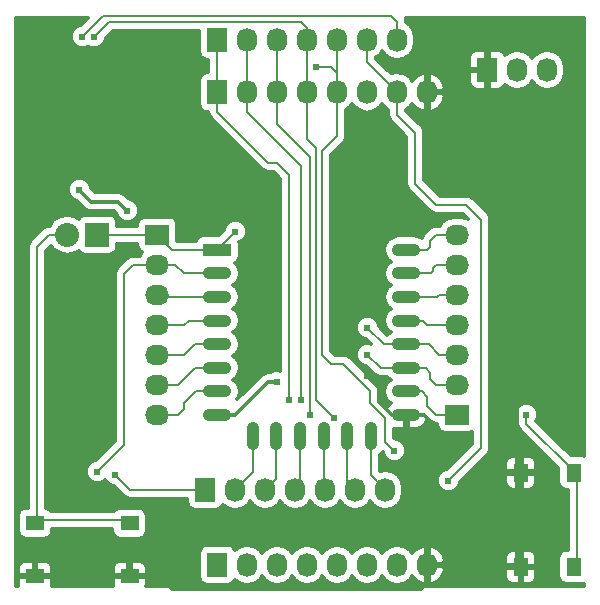
<source format=gtl>
G04 #@! TF.FileFunction,Copper,L1,Top,Mixed*
%FSLAX46Y46*%
G04 Gerber Fmt 4.6, Leading zero omitted, Abs format (unit mm)*
G04 Created by KiCad (PCBNEW 4.0.1-stable) date Sun 03 Jan 2016 01:50:34 PM EET*
%MOMM*%
G01*
G04 APERTURE LIST*
%ADD10C,0.100000*%
%ADD11R,2.032000X2.032000*%
%ADD12O,2.032000X2.032000*%
%ADD13R,2.032000X1.727200*%
%ADD14O,2.032000X1.727200*%
%ADD15R,1.727200X2.032000*%
%ADD16O,1.727200X2.032000*%
%ADD17O,1.100000X2.400000*%
%ADD18R,2.400000X1.100000*%
%ADD19O,2.400000X1.100000*%
%ADD20R,1.295400X1.549400*%
%ADD21R,1.549400X1.295400*%
%ADD22C,0.610000*%
%ADD23C,0.310000*%
%ADD24C,0.203200*%
G04 APERTURE END LIST*
D10*
D11*
X130810000Y-88900000D03*
D12*
X128270000Y-88900000D03*
D13*
X135890000Y-88900000D03*
D14*
X135890000Y-91440000D03*
X135890000Y-93980000D03*
X135890000Y-96520000D03*
X135890000Y-99060000D03*
X135890000Y-101600000D03*
X135890000Y-104140000D03*
D13*
X161290000Y-104140000D03*
D14*
X161290000Y-101600000D03*
X161290000Y-99060000D03*
X161290000Y-96520000D03*
X161290000Y-93980000D03*
X161290000Y-91440000D03*
X161290000Y-88900000D03*
D15*
X163830000Y-74930000D03*
D16*
X166370000Y-74930000D03*
X168910000Y-74930000D03*
X158750000Y-76840000D03*
X156210000Y-76840000D03*
X153670000Y-76840000D03*
X151130000Y-76840000D03*
X148590000Y-76840000D03*
X146050000Y-76840000D03*
X143510000Y-76840000D03*
D15*
X140970000Y-76840000D03*
X140970000Y-116840000D03*
D16*
X143510000Y-116840000D03*
X146050000Y-116840000D03*
X148590000Y-116840000D03*
X151130000Y-116840000D03*
X153670000Y-116840000D03*
X156210000Y-116840000D03*
X158750000Y-116840000D03*
D17*
X143960000Y-105920000D03*
X145960000Y-105920000D03*
X147960000Y-105920000D03*
X149960000Y-105920000D03*
X151960000Y-105920000D03*
X153960000Y-105920000D03*
D18*
X140970000Y-90170000D03*
D19*
X140970000Y-92170000D03*
X140970000Y-94170000D03*
X140970000Y-96170000D03*
X140970000Y-98170000D03*
X140970000Y-100170000D03*
X140970000Y-102170000D03*
X140970000Y-104170000D03*
X156970000Y-104170000D03*
X156970000Y-102170000D03*
X156970000Y-100170000D03*
X156970000Y-98170000D03*
X156970000Y-96170000D03*
X156970000Y-94170000D03*
X156970000Y-92170000D03*
X156970000Y-90170000D03*
D15*
X140970000Y-72390000D03*
D16*
X143510000Y-72390000D03*
X146050000Y-72390000D03*
X148590000Y-72390000D03*
X151130000Y-72390000D03*
X153670000Y-72390000D03*
X156210000Y-72390000D03*
D15*
X139954000Y-110490000D03*
D16*
X142494000Y-110490000D03*
X145034000Y-110490000D03*
X147574000Y-110490000D03*
X150114000Y-110490000D03*
X152654000Y-110490000D03*
X155194000Y-110490000D03*
D20*
X171157900Y-109032040D03*
X171157900Y-117027960D03*
X166662100Y-117027960D03*
X166662100Y-109032040D03*
D21*
X125542040Y-113322100D03*
X133537960Y-113322100D03*
X133537960Y-117817900D03*
X125542040Y-117817900D03*
D22*
X136144000Y-77216000D03*
X136144000Y-74168000D03*
X153670000Y-100838000D03*
X136652000Y-118364000D03*
X169926000Y-86868000D03*
X133350000Y-86868000D03*
X129286000Y-85090000D03*
X146050000Y-101346000D03*
X142494000Y-88646000D03*
X132334000Y-109220000D03*
X130810000Y-108966000D03*
X153670000Y-96774000D03*
X153670000Y-99060000D03*
X167140010Y-104140000D03*
X129540000Y-72136000D03*
X130556000Y-72136000D03*
X150876000Y-104394000D03*
X149352000Y-74676000D03*
X155956000Y-107188000D03*
X160528000Y-109728000D03*
X148844000Y-104140000D03*
X148082000Y-102870000D03*
X147066000Y-102870000D03*
D23*
X136144000Y-74168000D02*
X136144000Y-77216000D01*
X133537960Y-117817900D02*
X125542040Y-117817900D01*
X133537960Y-117817900D02*
X136105900Y-117817900D01*
X136105900Y-117817900D02*
X136652000Y-118364000D01*
X154686000Y-103084704D02*
X154686000Y-101854000D01*
X154686000Y-103084704D02*
X155771296Y-104170000D01*
X154686000Y-101854000D02*
X153670000Y-100838000D01*
X155771296Y-104170000D02*
X156970000Y-104170000D01*
X156970000Y-104170000D02*
X155771296Y-104170000D01*
X158750000Y-104394000D02*
X158496000Y-104140000D01*
X158750000Y-116840000D02*
X158750000Y-104394000D01*
X158496000Y-104140000D02*
X157000000Y-104140000D01*
X157000000Y-104140000D02*
X156970000Y-104170000D01*
X158242000Y-118872000D02*
X137160000Y-118872000D01*
X158242000Y-118872000D02*
X158750000Y-118364000D01*
X158750000Y-116840000D02*
X158750000Y-118364000D01*
X137160000Y-118872000D02*
X136652000Y-118364000D01*
X166370000Y-109220000D02*
X166370000Y-90424000D01*
X166370000Y-90424000D02*
X169926000Y-86868000D01*
X166370000Y-109220000D02*
X166370000Y-116840000D01*
X158750000Y-116840000D02*
X166370000Y-116840000D01*
X133350000Y-86868000D02*
X132588000Y-86106000D01*
X132588000Y-86106000D02*
X130302000Y-86106000D01*
X130302000Y-86106000D02*
X129286000Y-85090000D01*
X146050000Y-101346000D02*
X145288000Y-101346000D01*
X145288000Y-101346000D02*
X142464000Y-104170000D01*
X142464000Y-104170000D02*
X140970000Y-104170000D01*
D24*
X140970000Y-90170000D02*
X142494000Y-88646000D01*
X135890000Y-88900000D02*
X130810000Y-88900000D01*
X140970000Y-90170000D02*
X137160000Y-90170000D01*
X137160000Y-90170000D02*
X135890000Y-88900000D01*
X135890000Y-96520000D02*
X138176000Y-96520000D01*
X138526000Y-96170000D02*
X140970000Y-96170000D01*
X138176000Y-96520000D02*
X138526000Y-96170000D01*
X125730000Y-113030000D02*
X125730000Y-89916000D01*
X126746000Y-88900000D02*
X128270000Y-88900000D01*
X125730000Y-89916000D02*
X126746000Y-88900000D01*
X125730000Y-113030000D02*
X133350000Y-113030000D01*
X133604000Y-110490000D02*
X132334000Y-109220000D01*
X139954000Y-110490000D02*
X133604000Y-110490000D01*
X135890000Y-91440000D02*
X137414000Y-91440000D01*
X138144000Y-92170000D02*
X140970000Y-92170000D01*
X137414000Y-91440000D02*
X138144000Y-92170000D01*
X133858000Y-91440000D02*
X135890000Y-91440000D01*
X133096000Y-92202000D02*
X133858000Y-91440000D01*
X133096000Y-106680000D02*
X133096000Y-92202000D01*
X130810000Y-108966000D02*
X133096000Y-106680000D01*
X149960000Y-105920000D02*
X149960000Y-110336000D01*
X149960000Y-110336000D02*
X150114000Y-110490000D01*
X147960000Y-105920000D02*
X147960000Y-110104000D01*
X147960000Y-110104000D02*
X147574000Y-110490000D01*
X151960000Y-105920000D02*
X151960000Y-109796000D01*
X151960000Y-109796000D02*
X152654000Y-110490000D01*
X143960000Y-105920000D02*
X143960000Y-109024000D01*
X143960000Y-109024000D02*
X142494000Y-110490000D01*
X145960000Y-105920000D02*
X145960000Y-109564000D01*
X145960000Y-109564000D02*
X145034000Y-110490000D01*
X140970000Y-94170000D02*
X136080000Y-94170000D01*
X136080000Y-94170000D02*
X135890000Y-93980000D01*
X161290000Y-93980000D02*
X159766000Y-93980000D01*
X159576000Y-94170000D02*
X156970000Y-94170000D01*
X159766000Y-93980000D02*
X159576000Y-94170000D01*
X156970000Y-96170000D02*
X158400000Y-96170000D01*
X158750000Y-96520000D02*
X161290000Y-96520000D01*
X158400000Y-96170000D02*
X158750000Y-96520000D01*
X161290000Y-99060000D02*
X159766000Y-99060000D01*
X158876000Y-98170000D02*
X156970000Y-98170000D01*
X159766000Y-99060000D02*
X158876000Y-98170000D01*
X155066000Y-98170000D02*
X156970000Y-98170000D01*
X153670000Y-96774000D02*
X155066000Y-98170000D01*
X161290000Y-101600000D02*
X159512000Y-101600000D01*
X158590000Y-100170000D02*
X156970000Y-100170000D01*
X159004000Y-100584000D02*
X158590000Y-100170000D01*
X159004000Y-101092000D02*
X159004000Y-100584000D01*
X159512000Y-101600000D02*
X159004000Y-101092000D01*
X156970000Y-100170000D02*
X154780000Y-100170000D01*
X154780000Y-100170000D02*
X153670000Y-99060000D01*
X140970000Y-98170000D02*
X139066000Y-98170000D01*
X138176000Y-99060000D02*
X135890000Y-99060000D01*
X139066000Y-98170000D02*
X138176000Y-99060000D01*
X135890000Y-101600000D02*
X137668000Y-101600000D01*
X139098000Y-100170000D02*
X140970000Y-100170000D01*
X137668000Y-101600000D02*
X139098000Y-100170000D01*
X140970000Y-102170000D02*
X139130000Y-102170000D01*
X137668000Y-104140000D02*
X135890000Y-104140000D01*
X138176000Y-103632000D02*
X137668000Y-104140000D01*
X138176000Y-103124000D02*
X138176000Y-103632000D01*
X139130000Y-102170000D02*
X138176000Y-103124000D01*
X161290000Y-104140000D02*
X159512000Y-104140000D01*
X158304000Y-102170000D02*
X156970000Y-102170000D01*
X158750000Y-102616000D02*
X158304000Y-102170000D01*
X158750000Y-103378000D02*
X158750000Y-102616000D01*
X159512000Y-104140000D02*
X158750000Y-103378000D01*
X161290000Y-91440000D02*
X159512000Y-91440000D01*
X159036000Y-92170000D02*
X156970000Y-92170000D01*
X159258000Y-91948000D02*
X159036000Y-92170000D01*
X159258000Y-91694000D02*
X159258000Y-91948000D01*
X159512000Y-91440000D02*
X159258000Y-91694000D01*
X156970000Y-90170000D02*
X158750000Y-90170000D01*
X159512000Y-88900000D02*
X161290000Y-88900000D01*
X159004000Y-89408000D02*
X159512000Y-88900000D01*
X159004000Y-89916000D02*
X159004000Y-89408000D01*
X158750000Y-90170000D02*
X159004000Y-89916000D01*
X171157900Y-109032040D02*
X171157900Y-108905040D01*
X171157900Y-108905040D02*
X167140010Y-104887150D01*
X167140010Y-104887150D02*
X167140010Y-104140000D01*
X171450000Y-109220000D02*
X171450000Y-116840000D01*
X156210000Y-70866000D02*
X156210000Y-72390000D01*
X155702000Y-70358000D02*
X156210000Y-70866000D01*
X131318000Y-70358000D02*
X155702000Y-70358000D01*
X129540000Y-72136000D02*
X131318000Y-70358000D01*
X148082000Y-70866000D02*
X148590000Y-71374000D01*
X131826000Y-70866000D02*
X148082000Y-70866000D01*
X130556000Y-72136000D02*
X131826000Y-70866000D01*
X148590000Y-71374000D02*
X148590000Y-72390000D01*
X148590000Y-80772000D02*
X148590000Y-76840000D01*
X149352000Y-81534000D02*
X148590000Y-80772000D01*
X149352000Y-102870000D02*
X149352000Y-81534000D01*
X150876000Y-104394000D02*
X149352000Y-102870000D01*
X148590000Y-72390000D02*
X148590000Y-76840000D01*
X151130000Y-75692000D02*
X151130000Y-75184000D01*
X150622000Y-74676000D02*
X149352000Y-74676000D01*
X151130000Y-75184000D02*
X150622000Y-74676000D01*
X149860000Y-99060000D02*
X149860000Y-81788000D01*
X150622000Y-99822000D02*
X151638000Y-99822000D01*
X151638000Y-99822000D02*
X153924000Y-102108000D01*
X153924000Y-102108000D02*
X153924000Y-103124000D01*
X153924000Y-103124000D02*
X155194000Y-104394000D01*
X155194000Y-104394000D02*
X155194000Y-106426000D01*
X155194000Y-106426000D02*
X155956000Y-107188000D01*
X151130000Y-80518000D02*
X151130000Y-76840000D01*
X149860000Y-99060000D02*
X150622000Y-99822000D01*
X149860000Y-81788000D02*
X151130000Y-80518000D01*
X151130000Y-72390000D02*
X151130000Y-75692000D01*
X151130000Y-75692000D02*
X151130000Y-76840000D01*
X157734000Y-84582000D02*
X157734000Y-80264000D01*
X160528000Y-109728000D02*
X163322000Y-106934000D01*
X163322000Y-106934000D02*
X163322000Y-87630000D01*
X163322000Y-87630000D02*
X162052000Y-86360000D01*
X162052000Y-86360000D02*
X159512000Y-86360000D01*
X159512000Y-86360000D02*
X157734000Y-84582000D01*
X156210000Y-78740000D02*
X156210000Y-76840000D01*
X157734000Y-80264000D02*
X156210000Y-78740000D01*
X153670000Y-72390000D02*
X153670000Y-74300000D01*
X153670000Y-74300000D02*
X156210000Y-76840000D01*
X146050000Y-76840000D02*
X146050000Y-79502000D01*
X148844000Y-82296000D02*
X148844000Y-104140000D01*
X146050000Y-79502000D02*
X148844000Y-82296000D01*
X146050000Y-76840000D02*
X146050000Y-72390000D01*
X148082000Y-102870000D02*
X148082000Y-83058000D01*
X143510000Y-78486000D02*
X143510000Y-76840000D01*
X148082000Y-83058000D02*
X143510000Y-78486000D01*
X143510000Y-72390000D02*
X143510000Y-76840000D01*
X140970000Y-78486000D02*
X145288000Y-82804000D01*
X145288000Y-82804000D02*
X146050000Y-82804000D01*
X146050000Y-82804000D02*
X147066000Y-83820000D01*
X147066000Y-102870000D02*
X147066000Y-83820000D01*
X140970000Y-78486000D02*
X140970000Y-76840000D01*
X140970000Y-72390000D02*
X140970000Y-76840000D01*
X153960000Y-105920000D02*
X153960000Y-109256000D01*
X153960000Y-109256000D02*
X155194000Y-110490000D01*
D23*
G36*
X129426791Y-71167901D02*
X129348298Y-71167833D01*
X128992389Y-71314891D01*
X128719848Y-71586956D01*
X128572169Y-71942608D01*
X128571833Y-72327702D01*
X128718891Y-72683611D01*
X128990956Y-72956152D01*
X129346608Y-73103831D01*
X129731702Y-73104167D01*
X130048339Y-72973336D01*
X130362608Y-73103831D01*
X130747702Y-73104167D01*
X131103611Y-72957109D01*
X131376152Y-72685044D01*
X131523831Y-72329392D01*
X131523901Y-72249407D01*
X132142708Y-71630600D01*
X139430412Y-71630600D01*
X139430412Y-73406000D01*
X139476642Y-73651693D01*
X139621847Y-73877347D01*
X139843403Y-74028730D01*
X140106400Y-74081988D01*
X140205400Y-74081988D01*
X140205400Y-75148012D01*
X140106400Y-75148012D01*
X139860707Y-75194242D01*
X139635053Y-75339447D01*
X139483670Y-75561003D01*
X139430412Y-75824000D01*
X139430412Y-77856000D01*
X139476642Y-78101693D01*
X139621847Y-78327347D01*
X139843403Y-78478730D01*
X140106400Y-78531988D01*
X140214548Y-78531988D01*
X140263602Y-78778600D01*
X140385709Y-78961346D01*
X140429346Y-79026654D01*
X144747346Y-83344654D01*
X144995400Y-83510398D01*
X145288000Y-83568600D01*
X145733292Y-83568600D01*
X146301400Y-84136708D01*
X146301400Y-100402256D01*
X146243392Y-100378169D01*
X145858298Y-100377833D01*
X145502389Y-100524891D01*
X145499275Y-100528000D01*
X145288000Y-100528000D01*
X144993400Y-100586600D01*
X144974965Y-100590267D01*
X144709587Y-100767587D01*
X142644635Y-102832539D01*
X142777164Y-102634195D01*
X142869498Y-102170000D01*
X142777164Y-101705805D01*
X142514219Y-101312279D01*
X142301283Y-101170000D01*
X142514219Y-101027721D01*
X142777164Y-100634195D01*
X142869498Y-100170000D01*
X142777164Y-99705805D01*
X142514219Y-99312279D01*
X142301283Y-99170000D01*
X142514219Y-99027721D01*
X142777164Y-98634195D01*
X142869498Y-98170000D01*
X142777164Y-97705805D01*
X142514219Y-97312279D01*
X142301283Y-97170000D01*
X142514219Y-97027721D01*
X142777164Y-96634195D01*
X142869498Y-96170000D01*
X142777164Y-95705805D01*
X142514219Y-95312279D01*
X142301283Y-95170000D01*
X142514219Y-95027721D01*
X142777164Y-94634195D01*
X142869498Y-94170000D01*
X142777164Y-93705805D01*
X142514219Y-93312279D01*
X142301283Y-93170000D01*
X142514219Y-93027721D01*
X142777164Y-92634195D01*
X142869498Y-92170000D01*
X142777164Y-91705805D01*
X142514219Y-91312279D01*
X142494457Y-91299075D01*
X142641347Y-91204553D01*
X142792730Y-90982997D01*
X142845988Y-90720000D01*
X142845988Y-89620000D01*
X142833407Y-89553137D01*
X143041611Y-89467109D01*
X143314152Y-89195044D01*
X143461831Y-88839392D01*
X143462167Y-88454298D01*
X143315109Y-88098389D01*
X143043044Y-87825848D01*
X142687392Y-87678169D01*
X142302298Y-87677833D01*
X141946389Y-87824891D01*
X141673848Y-88096956D01*
X141526169Y-88452608D01*
X141526099Y-88532593D01*
X141114680Y-88944012D01*
X139770000Y-88944012D01*
X139524307Y-88990242D01*
X139298653Y-89135447D01*
X139147270Y-89357003D01*
X139137469Y-89405400D01*
X137581988Y-89405400D01*
X137581988Y-88036400D01*
X137535758Y-87790707D01*
X137390553Y-87565053D01*
X137168997Y-87413670D01*
X136906000Y-87360412D01*
X134874000Y-87360412D01*
X134628307Y-87406642D01*
X134402653Y-87551847D01*
X134251270Y-87773403D01*
X134198012Y-88036400D01*
X134198012Y-88135400D01*
X132501988Y-88135400D01*
X132501988Y-87884000D01*
X132455758Y-87638307D01*
X132310553Y-87412653D01*
X132088997Y-87261270D01*
X131826000Y-87208012D01*
X129794000Y-87208012D01*
X129548307Y-87254242D01*
X129322653Y-87399447D01*
X129233287Y-87530238D01*
X128912525Y-87315912D01*
X128270000Y-87188106D01*
X127627475Y-87315912D01*
X127082768Y-87679874D01*
X126778395Y-88135400D01*
X126746000Y-88135400D01*
X126453400Y-88193602D01*
X126407037Y-88224581D01*
X126205346Y-88359346D01*
X125189346Y-89375346D01*
X125023602Y-89623400D01*
X124965400Y-89916000D01*
X124965400Y-111998412D01*
X124767340Y-111998412D01*
X124521647Y-112044642D01*
X124295993Y-112189847D01*
X124144610Y-112411403D01*
X124091352Y-112674400D01*
X124091352Y-113969800D01*
X124137582Y-114215493D01*
X124282787Y-114441147D01*
X124504343Y-114592530D01*
X124767340Y-114645788D01*
X126316740Y-114645788D01*
X126562433Y-114599558D01*
X126788087Y-114454353D01*
X126939470Y-114232797D01*
X126992728Y-113969800D01*
X126992728Y-113794600D01*
X132087272Y-113794600D01*
X132087272Y-113969800D01*
X132133502Y-114215493D01*
X132278707Y-114441147D01*
X132500263Y-114592530D01*
X132763260Y-114645788D01*
X134312660Y-114645788D01*
X134558353Y-114599558D01*
X134784007Y-114454353D01*
X134935390Y-114232797D01*
X134988648Y-113969800D01*
X134988648Y-112674400D01*
X134942418Y-112428707D01*
X134797213Y-112203053D01*
X134575657Y-112051670D01*
X134312660Y-111998412D01*
X132763260Y-111998412D01*
X132517567Y-112044642D01*
X132291913Y-112189847D01*
X132240290Y-112265400D01*
X126841412Y-112265400D01*
X126801293Y-112203053D01*
X126579737Y-112051670D01*
X126494600Y-112034429D01*
X126494600Y-90232708D01*
X126892275Y-89835033D01*
X127082768Y-90120126D01*
X127627475Y-90484088D01*
X128270000Y-90611894D01*
X128912525Y-90484088D01*
X129233633Y-90269530D01*
X129309447Y-90387347D01*
X129531003Y-90538730D01*
X129794000Y-90591988D01*
X131826000Y-90591988D01*
X132071693Y-90545758D01*
X132297347Y-90400553D01*
X132448730Y-90178997D01*
X132501988Y-89916000D01*
X132501988Y-89664600D01*
X134198012Y-89664600D01*
X134198012Y-89763600D01*
X134244242Y-90009293D01*
X134389447Y-90234947D01*
X134608940Y-90384921D01*
X134414848Y-90675400D01*
X133858000Y-90675400D01*
X133565400Y-90733602D01*
X133382525Y-90855795D01*
X133317346Y-90899346D01*
X132555346Y-91661346D01*
X132389602Y-91909400D01*
X132331400Y-92202000D01*
X132331400Y-106363292D01*
X130696791Y-107997901D01*
X130618298Y-107997833D01*
X130262389Y-108144891D01*
X129989848Y-108416956D01*
X129842169Y-108772608D01*
X129841833Y-109157702D01*
X129988891Y-109513611D01*
X130260956Y-109786152D01*
X130616608Y-109933831D01*
X131001702Y-109934167D01*
X131357611Y-109787109D01*
X131473250Y-109671672D01*
X131512891Y-109767611D01*
X131784956Y-110040152D01*
X132140608Y-110187831D01*
X132220593Y-110187901D01*
X133063346Y-111030654D01*
X133311400Y-111196398D01*
X133604000Y-111254600D01*
X138414412Y-111254600D01*
X138414412Y-111506000D01*
X138460642Y-111751693D01*
X138605847Y-111977347D01*
X138827403Y-112128730D01*
X139090400Y-112181988D01*
X140817600Y-112181988D01*
X141063293Y-112135758D01*
X141288947Y-111990553D01*
X141438921Y-111771060D01*
X141909795Y-112085688D01*
X142494000Y-112201894D01*
X143078205Y-112085688D01*
X143573469Y-111754763D01*
X143764000Y-111469613D01*
X143954531Y-111754763D01*
X144449795Y-112085688D01*
X145034000Y-112201894D01*
X145618205Y-112085688D01*
X146113469Y-111754763D01*
X146304000Y-111469613D01*
X146494531Y-111754763D01*
X146989795Y-112085688D01*
X147574000Y-112201894D01*
X148158205Y-112085688D01*
X148653469Y-111754763D01*
X148844000Y-111469613D01*
X149034531Y-111754763D01*
X149529795Y-112085688D01*
X150114000Y-112201894D01*
X150698205Y-112085688D01*
X151193469Y-111754763D01*
X151384000Y-111469613D01*
X151574531Y-111754763D01*
X152069795Y-112085688D01*
X152654000Y-112201894D01*
X153238205Y-112085688D01*
X153733469Y-111754763D01*
X153924000Y-111469613D01*
X154114531Y-111754763D01*
X154609795Y-112085688D01*
X155194000Y-112201894D01*
X155778205Y-112085688D01*
X156273469Y-111754763D01*
X156604394Y-111259499D01*
X156720600Y-110675294D01*
X156720600Y-110304706D01*
X156604394Y-109720501D01*
X156273469Y-109225237D01*
X155778205Y-108894312D01*
X155194000Y-108778106D01*
X154724600Y-108871476D01*
X154724600Y-107526440D01*
X154817721Y-107464219D01*
X154951178Y-107264486D01*
X154987901Y-107301209D01*
X154987833Y-107379702D01*
X155134891Y-107735611D01*
X155406956Y-108008152D01*
X155762608Y-108155831D01*
X156147702Y-108156167D01*
X156503611Y-108009109D01*
X156776152Y-107737044D01*
X156923831Y-107381392D01*
X156924167Y-106996298D01*
X156777109Y-106640389D01*
X156505044Y-106367848D01*
X156149392Y-106220169D01*
X156069407Y-106220099D01*
X155958600Y-106109292D01*
X155958600Y-105308175D01*
X156221000Y-105383000D01*
X156871000Y-105383000D01*
X156871000Y-104269000D01*
X156851000Y-104269000D01*
X156851000Y-104071000D01*
X156871000Y-104071000D01*
X156871000Y-104051000D01*
X157069000Y-104051000D01*
X157069000Y-104071000D01*
X157089000Y-104071000D01*
X157089000Y-104269000D01*
X157069000Y-104269000D01*
X157069000Y-105383000D01*
X157719000Y-105383000D01*
X158175659Y-105252780D01*
X158547724Y-104957717D01*
X158778551Y-104542731D01*
X158788934Y-104498242D01*
X158971346Y-104680654D01*
X159219400Y-104846398D01*
X159512000Y-104904600D01*
X159598012Y-104904600D01*
X159598012Y-105003600D01*
X159644242Y-105249293D01*
X159789447Y-105474947D01*
X160011003Y-105626330D01*
X160274000Y-105679588D01*
X162306000Y-105679588D01*
X162551693Y-105633358D01*
X162557400Y-105629686D01*
X162557400Y-106617292D01*
X160414791Y-108759901D01*
X160336298Y-108759833D01*
X159980389Y-108906891D01*
X159707848Y-109178956D01*
X159560169Y-109534608D01*
X159559833Y-109919702D01*
X159706891Y-110275611D01*
X159978956Y-110548152D01*
X160334608Y-110695831D01*
X160719702Y-110696167D01*
X161075611Y-110549109D01*
X161348152Y-110277044D01*
X161495831Y-109921392D01*
X161495901Y-109841407D01*
X162040518Y-109296790D01*
X165351400Y-109296790D01*
X165351400Y-109938619D01*
X165452336Y-110182299D01*
X165638841Y-110368804D01*
X165882521Y-110469740D01*
X166397350Y-110469740D01*
X166563100Y-110303990D01*
X166563100Y-109131040D01*
X166761100Y-109131040D01*
X166761100Y-110303990D01*
X166926850Y-110469740D01*
X167441679Y-110469740D01*
X167685359Y-110368804D01*
X167871864Y-110182299D01*
X167972800Y-109938619D01*
X167972800Y-109296790D01*
X167807050Y-109131040D01*
X166761100Y-109131040D01*
X166563100Y-109131040D01*
X165517150Y-109131040D01*
X165351400Y-109296790D01*
X162040518Y-109296790D01*
X163211847Y-108125461D01*
X165351400Y-108125461D01*
X165351400Y-108767290D01*
X165517150Y-108933040D01*
X166563100Y-108933040D01*
X166563100Y-107760090D01*
X166761100Y-107760090D01*
X166761100Y-108933040D01*
X167807050Y-108933040D01*
X167972800Y-108767290D01*
X167972800Y-108125461D01*
X167871864Y-107881781D01*
X167685359Y-107695276D01*
X167441679Y-107594340D01*
X166926850Y-107594340D01*
X166761100Y-107760090D01*
X166563100Y-107760090D01*
X166397350Y-107594340D01*
X165882521Y-107594340D01*
X165638841Y-107695276D01*
X165452336Y-107881781D01*
X165351400Y-108125461D01*
X163211847Y-108125461D01*
X163862654Y-107474654D01*
X163882735Y-107444600D01*
X164028398Y-107226600D01*
X164086600Y-106934000D01*
X164086600Y-87630000D01*
X164028398Y-87337400D01*
X163862654Y-87089346D01*
X162592654Y-85819346D01*
X162553172Y-85792965D01*
X162344600Y-85653602D01*
X162052000Y-85595400D01*
X159828708Y-85595400D01*
X158498600Y-84265292D01*
X158498600Y-80264000D01*
X158440398Y-79971400D01*
X158274654Y-79723346D01*
X156974600Y-78423292D01*
X156974600Y-78315152D01*
X157289469Y-78104763D01*
X157481273Y-77817708D01*
X157808471Y-78197454D01*
X158341295Y-78466032D01*
X158413909Y-78481545D01*
X158651000Y-78349644D01*
X158651000Y-76939000D01*
X158849000Y-76939000D01*
X158849000Y-78349644D01*
X159086091Y-78481545D01*
X159158705Y-78466032D01*
X159691529Y-78197454D01*
X160081014Y-77745417D01*
X160267864Y-77178740D01*
X160112577Y-76939000D01*
X158849000Y-76939000D01*
X158651000Y-76939000D01*
X158631000Y-76939000D01*
X158631000Y-76741000D01*
X158651000Y-76741000D01*
X158651000Y-75330356D01*
X158849000Y-75330356D01*
X158849000Y-76741000D01*
X160112577Y-76741000D01*
X160267864Y-76501260D01*
X160081014Y-75934583D01*
X159691529Y-75482546D01*
X159158705Y-75213968D01*
X159086091Y-75198455D01*
X158849000Y-75330356D01*
X158651000Y-75330356D01*
X158413909Y-75198455D01*
X158341295Y-75213968D01*
X157808471Y-75482546D01*
X157481273Y-75862292D01*
X157289469Y-75575237D01*
X156794205Y-75244312D01*
X156545041Y-75194750D01*
X162303400Y-75194750D01*
X162303400Y-76077879D01*
X162404336Y-76321559D01*
X162590841Y-76508064D01*
X162834521Y-76609000D01*
X163565250Y-76609000D01*
X163731000Y-76443250D01*
X163731000Y-75029000D01*
X162469150Y-75029000D01*
X162303400Y-75194750D01*
X156545041Y-75194750D01*
X156210000Y-75128106D01*
X155684035Y-75232727D01*
X154434600Y-73983292D01*
X154434600Y-73865152D01*
X154749469Y-73654763D01*
X154940000Y-73369613D01*
X155130531Y-73654763D01*
X155625795Y-73985688D01*
X156210000Y-74101894D01*
X156794205Y-73985688D01*
X157098864Y-73782121D01*
X162303400Y-73782121D01*
X162303400Y-74665250D01*
X162469150Y-74831000D01*
X163731000Y-74831000D01*
X163731000Y-73416750D01*
X163929000Y-73416750D01*
X163929000Y-74831000D01*
X163949000Y-74831000D01*
X163949000Y-75029000D01*
X163929000Y-75029000D01*
X163929000Y-76443250D01*
X164094750Y-76609000D01*
X164825479Y-76609000D01*
X165069159Y-76508064D01*
X165255664Y-76321559D01*
X165304358Y-76204002D01*
X165785795Y-76525688D01*
X166370000Y-76641894D01*
X166954205Y-76525688D01*
X167449469Y-76194763D01*
X167640000Y-75909613D01*
X167830531Y-76194763D01*
X168325795Y-76525688D01*
X168910000Y-76641894D01*
X169494205Y-76525688D01*
X169989469Y-76194763D01*
X170320394Y-75699499D01*
X170436600Y-75115294D01*
X170436600Y-74744706D01*
X170320394Y-74160501D01*
X169989469Y-73665237D01*
X169494205Y-73334312D01*
X168910000Y-73218106D01*
X168325795Y-73334312D01*
X167830531Y-73665237D01*
X167640000Y-73950387D01*
X167449469Y-73665237D01*
X166954205Y-73334312D01*
X166370000Y-73218106D01*
X165785795Y-73334312D01*
X165304358Y-73655998D01*
X165255664Y-73538441D01*
X165069159Y-73351936D01*
X164825479Y-73251000D01*
X164094750Y-73251000D01*
X163929000Y-73416750D01*
X163731000Y-73416750D01*
X163565250Y-73251000D01*
X162834521Y-73251000D01*
X162590841Y-73351936D01*
X162404336Y-73538441D01*
X162303400Y-73782121D01*
X157098864Y-73782121D01*
X157289469Y-73654763D01*
X157620394Y-73159499D01*
X157736600Y-72575294D01*
X157736600Y-72204706D01*
X157620394Y-71620501D01*
X157289469Y-71125237D01*
X156974600Y-70914848D01*
X156974600Y-70866000D01*
X156919302Y-70588000D01*
X171982000Y-70588000D01*
X171982000Y-107617074D01*
X171805600Y-107581352D01*
X170915520Y-107581352D01*
X167978661Y-104644493D01*
X168107841Y-104333392D01*
X168108177Y-103948298D01*
X167961119Y-103592389D01*
X167689054Y-103319848D01*
X167333402Y-103172169D01*
X166948308Y-103171833D01*
X166592399Y-103318891D01*
X166319858Y-103590956D01*
X166172179Y-103946608D01*
X166171843Y-104331702D01*
X166318901Y-104687611D01*
X166375410Y-104744219D01*
X166375410Y-104887150D01*
X166433612Y-105179750D01*
X166569419Y-105383000D01*
X166599356Y-105427804D01*
X169834212Y-108662660D01*
X169834212Y-109806740D01*
X169880442Y-110052433D01*
X170025647Y-110278087D01*
X170247203Y-110429470D01*
X170510200Y-110482728D01*
X170685400Y-110482728D01*
X170685400Y-115577272D01*
X170510200Y-115577272D01*
X170264507Y-115623502D01*
X170038853Y-115768707D01*
X169887470Y-115990263D01*
X169834212Y-116253260D01*
X169834212Y-117802660D01*
X169880442Y-118048353D01*
X170025647Y-118274007D01*
X170247203Y-118425390D01*
X170510200Y-118478648D01*
X171805600Y-118478648D01*
X171982000Y-118445456D01*
X171982000Y-118642000D01*
X134957219Y-118642000D01*
X134975660Y-118597479D01*
X134975660Y-118082650D01*
X134809910Y-117916900D01*
X133636960Y-117916900D01*
X133636960Y-117936900D01*
X133438960Y-117936900D01*
X133438960Y-117916900D01*
X132266010Y-117916900D01*
X132100260Y-118082650D01*
X132100260Y-118597479D01*
X132118701Y-118642000D01*
X126961299Y-118642000D01*
X126979740Y-118597479D01*
X126979740Y-118082650D01*
X126813990Y-117916900D01*
X125641040Y-117916900D01*
X125641040Y-117936900D01*
X125443040Y-117936900D01*
X125443040Y-117916900D01*
X124270090Y-117916900D01*
X124104340Y-118082650D01*
X124104340Y-118597479D01*
X124122781Y-118642000D01*
X123928000Y-118642000D01*
X123928000Y-117038321D01*
X124104340Y-117038321D01*
X124104340Y-117553150D01*
X124270090Y-117718900D01*
X125443040Y-117718900D01*
X125443040Y-116672950D01*
X125641040Y-116672950D01*
X125641040Y-117718900D01*
X126813990Y-117718900D01*
X126979740Y-117553150D01*
X126979740Y-117038321D01*
X132100260Y-117038321D01*
X132100260Y-117553150D01*
X132266010Y-117718900D01*
X133438960Y-117718900D01*
X133438960Y-116672950D01*
X133636960Y-116672950D01*
X133636960Y-117718900D01*
X134809910Y-117718900D01*
X134975660Y-117553150D01*
X134975660Y-117038321D01*
X134874724Y-116794641D01*
X134688219Y-116608136D01*
X134444539Y-116507200D01*
X133802710Y-116507200D01*
X133636960Y-116672950D01*
X133438960Y-116672950D01*
X133273210Y-116507200D01*
X132631381Y-116507200D01*
X132387701Y-116608136D01*
X132201196Y-116794641D01*
X132100260Y-117038321D01*
X126979740Y-117038321D01*
X126878804Y-116794641D01*
X126692299Y-116608136D01*
X126448619Y-116507200D01*
X125806790Y-116507200D01*
X125641040Y-116672950D01*
X125443040Y-116672950D01*
X125277290Y-116507200D01*
X124635461Y-116507200D01*
X124391781Y-116608136D01*
X124205276Y-116794641D01*
X124104340Y-117038321D01*
X123928000Y-117038321D01*
X123928000Y-115824000D01*
X139430412Y-115824000D01*
X139430412Y-117856000D01*
X139476642Y-118101693D01*
X139621847Y-118327347D01*
X139843403Y-118478730D01*
X140106400Y-118531988D01*
X141833600Y-118531988D01*
X142079293Y-118485758D01*
X142304947Y-118340553D01*
X142454921Y-118121060D01*
X142925795Y-118435688D01*
X143510000Y-118551894D01*
X144094205Y-118435688D01*
X144589469Y-118104763D01*
X144780000Y-117819613D01*
X144970531Y-118104763D01*
X145465795Y-118435688D01*
X146050000Y-118551894D01*
X146634205Y-118435688D01*
X147129469Y-118104763D01*
X147320000Y-117819613D01*
X147510531Y-118104763D01*
X148005795Y-118435688D01*
X148590000Y-118551894D01*
X149174205Y-118435688D01*
X149669469Y-118104763D01*
X149860000Y-117819613D01*
X150050531Y-118104763D01*
X150545795Y-118435688D01*
X151130000Y-118551894D01*
X151714205Y-118435688D01*
X152209469Y-118104763D01*
X152400000Y-117819613D01*
X152590531Y-118104763D01*
X153085795Y-118435688D01*
X153670000Y-118551894D01*
X154254205Y-118435688D01*
X154749469Y-118104763D01*
X154940000Y-117819613D01*
X155130531Y-118104763D01*
X155625795Y-118435688D01*
X156210000Y-118551894D01*
X156794205Y-118435688D01*
X157289469Y-118104763D01*
X157481273Y-117817708D01*
X157808471Y-118197454D01*
X158341295Y-118466032D01*
X158413909Y-118481545D01*
X158651000Y-118349644D01*
X158651000Y-116939000D01*
X158849000Y-116939000D01*
X158849000Y-118349644D01*
X159086091Y-118481545D01*
X159158705Y-118466032D01*
X159691529Y-118197454D01*
X160081014Y-117745417D01*
X160230284Y-117292710D01*
X165351400Y-117292710D01*
X165351400Y-117934539D01*
X165452336Y-118178219D01*
X165638841Y-118364724D01*
X165882521Y-118465660D01*
X166397350Y-118465660D01*
X166563100Y-118299910D01*
X166563100Y-117126960D01*
X166761100Y-117126960D01*
X166761100Y-118299910D01*
X166926850Y-118465660D01*
X167441679Y-118465660D01*
X167685359Y-118364724D01*
X167871864Y-118178219D01*
X167972800Y-117934539D01*
X167972800Y-117292710D01*
X167807050Y-117126960D01*
X166761100Y-117126960D01*
X166563100Y-117126960D01*
X165517150Y-117126960D01*
X165351400Y-117292710D01*
X160230284Y-117292710D01*
X160267864Y-117178740D01*
X160112577Y-116939000D01*
X158849000Y-116939000D01*
X158651000Y-116939000D01*
X158631000Y-116939000D01*
X158631000Y-116741000D01*
X158651000Y-116741000D01*
X158651000Y-115330356D01*
X158849000Y-115330356D01*
X158849000Y-116741000D01*
X160112577Y-116741000D01*
X160267864Y-116501260D01*
X160142607Y-116121381D01*
X165351400Y-116121381D01*
X165351400Y-116763210D01*
X165517150Y-116928960D01*
X166563100Y-116928960D01*
X166563100Y-115756010D01*
X166761100Y-115756010D01*
X166761100Y-116928960D01*
X167807050Y-116928960D01*
X167972800Y-116763210D01*
X167972800Y-116121381D01*
X167871864Y-115877701D01*
X167685359Y-115691196D01*
X167441679Y-115590260D01*
X166926850Y-115590260D01*
X166761100Y-115756010D01*
X166563100Y-115756010D01*
X166397350Y-115590260D01*
X165882521Y-115590260D01*
X165638841Y-115691196D01*
X165452336Y-115877701D01*
X165351400Y-116121381D01*
X160142607Y-116121381D01*
X160081014Y-115934583D01*
X159691529Y-115482546D01*
X159158705Y-115213968D01*
X159086091Y-115198455D01*
X158849000Y-115330356D01*
X158651000Y-115330356D01*
X158413909Y-115198455D01*
X158341295Y-115213968D01*
X157808471Y-115482546D01*
X157481273Y-115862292D01*
X157289469Y-115575237D01*
X156794205Y-115244312D01*
X156210000Y-115128106D01*
X155625795Y-115244312D01*
X155130531Y-115575237D01*
X154940000Y-115860387D01*
X154749469Y-115575237D01*
X154254205Y-115244312D01*
X153670000Y-115128106D01*
X153085795Y-115244312D01*
X152590531Y-115575237D01*
X152400000Y-115860387D01*
X152209469Y-115575237D01*
X151714205Y-115244312D01*
X151130000Y-115128106D01*
X150545795Y-115244312D01*
X150050531Y-115575237D01*
X149860000Y-115860387D01*
X149669469Y-115575237D01*
X149174205Y-115244312D01*
X148590000Y-115128106D01*
X148005795Y-115244312D01*
X147510531Y-115575237D01*
X147320000Y-115860387D01*
X147129469Y-115575237D01*
X146634205Y-115244312D01*
X146050000Y-115128106D01*
X145465795Y-115244312D01*
X144970531Y-115575237D01*
X144780000Y-115860387D01*
X144589469Y-115575237D01*
X144094205Y-115244312D01*
X143510000Y-115128106D01*
X142925795Y-115244312D01*
X142452106Y-115560821D01*
X142318153Y-115352653D01*
X142096597Y-115201270D01*
X141833600Y-115148012D01*
X140106400Y-115148012D01*
X139860707Y-115194242D01*
X139635053Y-115339447D01*
X139483670Y-115561003D01*
X139430412Y-115824000D01*
X123928000Y-115824000D01*
X123928000Y-85281702D01*
X128317833Y-85281702D01*
X128464891Y-85637611D01*
X128736956Y-85910152D01*
X129092608Y-86057831D01*
X129097009Y-86057835D01*
X129723587Y-86684413D01*
X129988965Y-86861733D01*
X130302000Y-86924000D01*
X132249174Y-86924000D01*
X132381836Y-87056662D01*
X132381833Y-87059702D01*
X132528891Y-87415611D01*
X132800956Y-87688152D01*
X133156608Y-87835831D01*
X133541702Y-87836167D01*
X133897611Y-87689109D01*
X134170152Y-87417044D01*
X134317831Y-87061392D01*
X134318167Y-86676298D01*
X134171109Y-86320389D01*
X133899044Y-86047848D01*
X133543392Y-85900169D01*
X133538992Y-85900165D01*
X133166413Y-85527587D01*
X132901035Y-85350267D01*
X132588000Y-85288000D01*
X130640826Y-85288000D01*
X130254164Y-84901338D01*
X130254167Y-84898298D01*
X130107109Y-84542389D01*
X129835044Y-84269848D01*
X129479392Y-84122169D01*
X129094298Y-84121833D01*
X128738389Y-84268891D01*
X128465848Y-84540956D01*
X128318169Y-84896608D01*
X128317833Y-85281702D01*
X123928000Y-85281702D01*
X123928000Y-70588000D01*
X130006692Y-70588000D01*
X129426791Y-71167901D01*
X129426791Y-71167901D01*
G37*
X129426791Y-71167901D02*
X129348298Y-71167833D01*
X128992389Y-71314891D01*
X128719848Y-71586956D01*
X128572169Y-71942608D01*
X128571833Y-72327702D01*
X128718891Y-72683611D01*
X128990956Y-72956152D01*
X129346608Y-73103831D01*
X129731702Y-73104167D01*
X130048339Y-72973336D01*
X130362608Y-73103831D01*
X130747702Y-73104167D01*
X131103611Y-72957109D01*
X131376152Y-72685044D01*
X131523831Y-72329392D01*
X131523901Y-72249407D01*
X132142708Y-71630600D01*
X139430412Y-71630600D01*
X139430412Y-73406000D01*
X139476642Y-73651693D01*
X139621847Y-73877347D01*
X139843403Y-74028730D01*
X140106400Y-74081988D01*
X140205400Y-74081988D01*
X140205400Y-75148012D01*
X140106400Y-75148012D01*
X139860707Y-75194242D01*
X139635053Y-75339447D01*
X139483670Y-75561003D01*
X139430412Y-75824000D01*
X139430412Y-77856000D01*
X139476642Y-78101693D01*
X139621847Y-78327347D01*
X139843403Y-78478730D01*
X140106400Y-78531988D01*
X140214548Y-78531988D01*
X140263602Y-78778600D01*
X140385709Y-78961346D01*
X140429346Y-79026654D01*
X144747346Y-83344654D01*
X144995400Y-83510398D01*
X145288000Y-83568600D01*
X145733292Y-83568600D01*
X146301400Y-84136708D01*
X146301400Y-100402256D01*
X146243392Y-100378169D01*
X145858298Y-100377833D01*
X145502389Y-100524891D01*
X145499275Y-100528000D01*
X145288000Y-100528000D01*
X144993400Y-100586600D01*
X144974965Y-100590267D01*
X144709587Y-100767587D01*
X142644635Y-102832539D01*
X142777164Y-102634195D01*
X142869498Y-102170000D01*
X142777164Y-101705805D01*
X142514219Y-101312279D01*
X142301283Y-101170000D01*
X142514219Y-101027721D01*
X142777164Y-100634195D01*
X142869498Y-100170000D01*
X142777164Y-99705805D01*
X142514219Y-99312279D01*
X142301283Y-99170000D01*
X142514219Y-99027721D01*
X142777164Y-98634195D01*
X142869498Y-98170000D01*
X142777164Y-97705805D01*
X142514219Y-97312279D01*
X142301283Y-97170000D01*
X142514219Y-97027721D01*
X142777164Y-96634195D01*
X142869498Y-96170000D01*
X142777164Y-95705805D01*
X142514219Y-95312279D01*
X142301283Y-95170000D01*
X142514219Y-95027721D01*
X142777164Y-94634195D01*
X142869498Y-94170000D01*
X142777164Y-93705805D01*
X142514219Y-93312279D01*
X142301283Y-93170000D01*
X142514219Y-93027721D01*
X142777164Y-92634195D01*
X142869498Y-92170000D01*
X142777164Y-91705805D01*
X142514219Y-91312279D01*
X142494457Y-91299075D01*
X142641347Y-91204553D01*
X142792730Y-90982997D01*
X142845988Y-90720000D01*
X142845988Y-89620000D01*
X142833407Y-89553137D01*
X143041611Y-89467109D01*
X143314152Y-89195044D01*
X143461831Y-88839392D01*
X143462167Y-88454298D01*
X143315109Y-88098389D01*
X143043044Y-87825848D01*
X142687392Y-87678169D01*
X142302298Y-87677833D01*
X141946389Y-87824891D01*
X141673848Y-88096956D01*
X141526169Y-88452608D01*
X141526099Y-88532593D01*
X141114680Y-88944012D01*
X139770000Y-88944012D01*
X139524307Y-88990242D01*
X139298653Y-89135447D01*
X139147270Y-89357003D01*
X139137469Y-89405400D01*
X137581988Y-89405400D01*
X137581988Y-88036400D01*
X137535758Y-87790707D01*
X137390553Y-87565053D01*
X137168997Y-87413670D01*
X136906000Y-87360412D01*
X134874000Y-87360412D01*
X134628307Y-87406642D01*
X134402653Y-87551847D01*
X134251270Y-87773403D01*
X134198012Y-88036400D01*
X134198012Y-88135400D01*
X132501988Y-88135400D01*
X132501988Y-87884000D01*
X132455758Y-87638307D01*
X132310553Y-87412653D01*
X132088997Y-87261270D01*
X131826000Y-87208012D01*
X129794000Y-87208012D01*
X129548307Y-87254242D01*
X129322653Y-87399447D01*
X129233287Y-87530238D01*
X128912525Y-87315912D01*
X128270000Y-87188106D01*
X127627475Y-87315912D01*
X127082768Y-87679874D01*
X126778395Y-88135400D01*
X126746000Y-88135400D01*
X126453400Y-88193602D01*
X126407037Y-88224581D01*
X126205346Y-88359346D01*
X125189346Y-89375346D01*
X125023602Y-89623400D01*
X124965400Y-89916000D01*
X124965400Y-111998412D01*
X124767340Y-111998412D01*
X124521647Y-112044642D01*
X124295993Y-112189847D01*
X124144610Y-112411403D01*
X124091352Y-112674400D01*
X124091352Y-113969800D01*
X124137582Y-114215493D01*
X124282787Y-114441147D01*
X124504343Y-114592530D01*
X124767340Y-114645788D01*
X126316740Y-114645788D01*
X126562433Y-114599558D01*
X126788087Y-114454353D01*
X126939470Y-114232797D01*
X126992728Y-113969800D01*
X126992728Y-113794600D01*
X132087272Y-113794600D01*
X132087272Y-113969800D01*
X132133502Y-114215493D01*
X132278707Y-114441147D01*
X132500263Y-114592530D01*
X132763260Y-114645788D01*
X134312660Y-114645788D01*
X134558353Y-114599558D01*
X134784007Y-114454353D01*
X134935390Y-114232797D01*
X134988648Y-113969800D01*
X134988648Y-112674400D01*
X134942418Y-112428707D01*
X134797213Y-112203053D01*
X134575657Y-112051670D01*
X134312660Y-111998412D01*
X132763260Y-111998412D01*
X132517567Y-112044642D01*
X132291913Y-112189847D01*
X132240290Y-112265400D01*
X126841412Y-112265400D01*
X126801293Y-112203053D01*
X126579737Y-112051670D01*
X126494600Y-112034429D01*
X126494600Y-90232708D01*
X126892275Y-89835033D01*
X127082768Y-90120126D01*
X127627475Y-90484088D01*
X128270000Y-90611894D01*
X128912525Y-90484088D01*
X129233633Y-90269530D01*
X129309447Y-90387347D01*
X129531003Y-90538730D01*
X129794000Y-90591988D01*
X131826000Y-90591988D01*
X132071693Y-90545758D01*
X132297347Y-90400553D01*
X132448730Y-90178997D01*
X132501988Y-89916000D01*
X132501988Y-89664600D01*
X134198012Y-89664600D01*
X134198012Y-89763600D01*
X134244242Y-90009293D01*
X134389447Y-90234947D01*
X134608940Y-90384921D01*
X134414848Y-90675400D01*
X133858000Y-90675400D01*
X133565400Y-90733602D01*
X133382525Y-90855795D01*
X133317346Y-90899346D01*
X132555346Y-91661346D01*
X132389602Y-91909400D01*
X132331400Y-92202000D01*
X132331400Y-106363292D01*
X130696791Y-107997901D01*
X130618298Y-107997833D01*
X130262389Y-108144891D01*
X129989848Y-108416956D01*
X129842169Y-108772608D01*
X129841833Y-109157702D01*
X129988891Y-109513611D01*
X130260956Y-109786152D01*
X130616608Y-109933831D01*
X131001702Y-109934167D01*
X131357611Y-109787109D01*
X131473250Y-109671672D01*
X131512891Y-109767611D01*
X131784956Y-110040152D01*
X132140608Y-110187831D01*
X132220593Y-110187901D01*
X133063346Y-111030654D01*
X133311400Y-111196398D01*
X133604000Y-111254600D01*
X138414412Y-111254600D01*
X138414412Y-111506000D01*
X138460642Y-111751693D01*
X138605847Y-111977347D01*
X138827403Y-112128730D01*
X139090400Y-112181988D01*
X140817600Y-112181988D01*
X141063293Y-112135758D01*
X141288947Y-111990553D01*
X141438921Y-111771060D01*
X141909795Y-112085688D01*
X142494000Y-112201894D01*
X143078205Y-112085688D01*
X143573469Y-111754763D01*
X143764000Y-111469613D01*
X143954531Y-111754763D01*
X144449795Y-112085688D01*
X145034000Y-112201894D01*
X145618205Y-112085688D01*
X146113469Y-111754763D01*
X146304000Y-111469613D01*
X146494531Y-111754763D01*
X146989795Y-112085688D01*
X147574000Y-112201894D01*
X148158205Y-112085688D01*
X148653469Y-111754763D01*
X148844000Y-111469613D01*
X149034531Y-111754763D01*
X149529795Y-112085688D01*
X150114000Y-112201894D01*
X150698205Y-112085688D01*
X151193469Y-111754763D01*
X151384000Y-111469613D01*
X151574531Y-111754763D01*
X152069795Y-112085688D01*
X152654000Y-112201894D01*
X153238205Y-112085688D01*
X153733469Y-111754763D01*
X153924000Y-111469613D01*
X154114531Y-111754763D01*
X154609795Y-112085688D01*
X155194000Y-112201894D01*
X155778205Y-112085688D01*
X156273469Y-111754763D01*
X156604394Y-111259499D01*
X156720600Y-110675294D01*
X156720600Y-110304706D01*
X156604394Y-109720501D01*
X156273469Y-109225237D01*
X155778205Y-108894312D01*
X155194000Y-108778106D01*
X154724600Y-108871476D01*
X154724600Y-107526440D01*
X154817721Y-107464219D01*
X154951178Y-107264486D01*
X154987901Y-107301209D01*
X154987833Y-107379702D01*
X155134891Y-107735611D01*
X155406956Y-108008152D01*
X155762608Y-108155831D01*
X156147702Y-108156167D01*
X156503611Y-108009109D01*
X156776152Y-107737044D01*
X156923831Y-107381392D01*
X156924167Y-106996298D01*
X156777109Y-106640389D01*
X156505044Y-106367848D01*
X156149392Y-106220169D01*
X156069407Y-106220099D01*
X155958600Y-106109292D01*
X155958600Y-105308175D01*
X156221000Y-105383000D01*
X156871000Y-105383000D01*
X156871000Y-104269000D01*
X156851000Y-104269000D01*
X156851000Y-104071000D01*
X156871000Y-104071000D01*
X156871000Y-104051000D01*
X157069000Y-104051000D01*
X157069000Y-104071000D01*
X157089000Y-104071000D01*
X157089000Y-104269000D01*
X157069000Y-104269000D01*
X157069000Y-105383000D01*
X157719000Y-105383000D01*
X158175659Y-105252780D01*
X158547724Y-104957717D01*
X158778551Y-104542731D01*
X158788934Y-104498242D01*
X158971346Y-104680654D01*
X159219400Y-104846398D01*
X159512000Y-104904600D01*
X159598012Y-104904600D01*
X159598012Y-105003600D01*
X159644242Y-105249293D01*
X159789447Y-105474947D01*
X160011003Y-105626330D01*
X160274000Y-105679588D01*
X162306000Y-105679588D01*
X162551693Y-105633358D01*
X162557400Y-105629686D01*
X162557400Y-106617292D01*
X160414791Y-108759901D01*
X160336298Y-108759833D01*
X159980389Y-108906891D01*
X159707848Y-109178956D01*
X159560169Y-109534608D01*
X159559833Y-109919702D01*
X159706891Y-110275611D01*
X159978956Y-110548152D01*
X160334608Y-110695831D01*
X160719702Y-110696167D01*
X161075611Y-110549109D01*
X161348152Y-110277044D01*
X161495831Y-109921392D01*
X161495901Y-109841407D01*
X162040518Y-109296790D01*
X165351400Y-109296790D01*
X165351400Y-109938619D01*
X165452336Y-110182299D01*
X165638841Y-110368804D01*
X165882521Y-110469740D01*
X166397350Y-110469740D01*
X166563100Y-110303990D01*
X166563100Y-109131040D01*
X166761100Y-109131040D01*
X166761100Y-110303990D01*
X166926850Y-110469740D01*
X167441679Y-110469740D01*
X167685359Y-110368804D01*
X167871864Y-110182299D01*
X167972800Y-109938619D01*
X167972800Y-109296790D01*
X167807050Y-109131040D01*
X166761100Y-109131040D01*
X166563100Y-109131040D01*
X165517150Y-109131040D01*
X165351400Y-109296790D01*
X162040518Y-109296790D01*
X163211847Y-108125461D01*
X165351400Y-108125461D01*
X165351400Y-108767290D01*
X165517150Y-108933040D01*
X166563100Y-108933040D01*
X166563100Y-107760090D01*
X166761100Y-107760090D01*
X166761100Y-108933040D01*
X167807050Y-108933040D01*
X167972800Y-108767290D01*
X167972800Y-108125461D01*
X167871864Y-107881781D01*
X167685359Y-107695276D01*
X167441679Y-107594340D01*
X166926850Y-107594340D01*
X166761100Y-107760090D01*
X166563100Y-107760090D01*
X166397350Y-107594340D01*
X165882521Y-107594340D01*
X165638841Y-107695276D01*
X165452336Y-107881781D01*
X165351400Y-108125461D01*
X163211847Y-108125461D01*
X163862654Y-107474654D01*
X163882735Y-107444600D01*
X164028398Y-107226600D01*
X164086600Y-106934000D01*
X164086600Y-87630000D01*
X164028398Y-87337400D01*
X163862654Y-87089346D01*
X162592654Y-85819346D01*
X162553172Y-85792965D01*
X162344600Y-85653602D01*
X162052000Y-85595400D01*
X159828708Y-85595400D01*
X158498600Y-84265292D01*
X158498600Y-80264000D01*
X158440398Y-79971400D01*
X158274654Y-79723346D01*
X156974600Y-78423292D01*
X156974600Y-78315152D01*
X157289469Y-78104763D01*
X157481273Y-77817708D01*
X157808471Y-78197454D01*
X158341295Y-78466032D01*
X158413909Y-78481545D01*
X158651000Y-78349644D01*
X158651000Y-76939000D01*
X158849000Y-76939000D01*
X158849000Y-78349644D01*
X159086091Y-78481545D01*
X159158705Y-78466032D01*
X159691529Y-78197454D01*
X160081014Y-77745417D01*
X160267864Y-77178740D01*
X160112577Y-76939000D01*
X158849000Y-76939000D01*
X158651000Y-76939000D01*
X158631000Y-76939000D01*
X158631000Y-76741000D01*
X158651000Y-76741000D01*
X158651000Y-75330356D01*
X158849000Y-75330356D01*
X158849000Y-76741000D01*
X160112577Y-76741000D01*
X160267864Y-76501260D01*
X160081014Y-75934583D01*
X159691529Y-75482546D01*
X159158705Y-75213968D01*
X159086091Y-75198455D01*
X158849000Y-75330356D01*
X158651000Y-75330356D01*
X158413909Y-75198455D01*
X158341295Y-75213968D01*
X157808471Y-75482546D01*
X157481273Y-75862292D01*
X157289469Y-75575237D01*
X156794205Y-75244312D01*
X156545041Y-75194750D01*
X162303400Y-75194750D01*
X162303400Y-76077879D01*
X162404336Y-76321559D01*
X162590841Y-76508064D01*
X162834521Y-76609000D01*
X163565250Y-76609000D01*
X163731000Y-76443250D01*
X163731000Y-75029000D01*
X162469150Y-75029000D01*
X162303400Y-75194750D01*
X156545041Y-75194750D01*
X156210000Y-75128106D01*
X155684035Y-75232727D01*
X154434600Y-73983292D01*
X154434600Y-73865152D01*
X154749469Y-73654763D01*
X154940000Y-73369613D01*
X155130531Y-73654763D01*
X155625795Y-73985688D01*
X156210000Y-74101894D01*
X156794205Y-73985688D01*
X157098864Y-73782121D01*
X162303400Y-73782121D01*
X162303400Y-74665250D01*
X162469150Y-74831000D01*
X163731000Y-74831000D01*
X163731000Y-73416750D01*
X163929000Y-73416750D01*
X163929000Y-74831000D01*
X163949000Y-74831000D01*
X163949000Y-75029000D01*
X163929000Y-75029000D01*
X163929000Y-76443250D01*
X164094750Y-76609000D01*
X164825479Y-76609000D01*
X165069159Y-76508064D01*
X165255664Y-76321559D01*
X165304358Y-76204002D01*
X165785795Y-76525688D01*
X166370000Y-76641894D01*
X166954205Y-76525688D01*
X167449469Y-76194763D01*
X167640000Y-75909613D01*
X167830531Y-76194763D01*
X168325795Y-76525688D01*
X168910000Y-76641894D01*
X169494205Y-76525688D01*
X169989469Y-76194763D01*
X170320394Y-75699499D01*
X170436600Y-75115294D01*
X170436600Y-74744706D01*
X170320394Y-74160501D01*
X169989469Y-73665237D01*
X169494205Y-73334312D01*
X168910000Y-73218106D01*
X168325795Y-73334312D01*
X167830531Y-73665237D01*
X167640000Y-73950387D01*
X167449469Y-73665237D01*
X166954205Y-73334312D01*
X166370000Y-73218106D01*
X165785795Y-73334312D01*
X165304358Y-73655998D01*
X165255664Y-73538441D01*
X165069159Y-73351936D01*
X164825479Y-73251000D01*
X164094750Y-73251000D01*
X163929000Y-73416750D01*
X163731000Y-73416750D01*
X163565250Y-73251000D01*
X162834521Y-73251000D01*
X162590841Y-73351936D01*
X162404336Y-73538441D01*
X162303400Y-73782121D01*
X157098864Y-73782121D01*
X157289469Y-73654763D01*
X157620394Y-73159499D01*
X157736600Y-72575294D01*
X157736600Y-72204706D01*
X157620394Y-71620501D01*
X157289469Y-71125237D01*
X156974600Y-70914848D01*
X156974600Y-70866000D01*
X156919302Y-70588000D01*
X171982000Y-70588000D01*
X171982000Y-107617074D01*
X171805600Y-107581352D01*
X170915520Y-107581352D01*
X167978661Y-104644493D01*
X168107841Y-104333392D01*
X168108177Y-103948298D01*
X167961119Y-103592389D01*
X167689054Y-103319848D01*
X167333402Y-103172169D01*
X166948308Y-103171833D01*
X166592399Y-103318891D01*
X166319858Y-103590956D01*
X166172179Y-103946608D01*
X166171843Y-104331702D01*
X166318901Y-104687611D01*
X166375410Y-104744219D01*
X166375410Y-104887150D01*
X166433612Y-105179750D01*
X166569419Y-105383000D01*
X166599356Y-105427804D01*
X169834212Y-108662660D01*
X169834212Y-109806740D01*
X169880442Y-110052433D01*
X170025647Y-110278087D01*
X170247203Y-110429470D01*
X170510200Y-110482728D01*
X170685400Y-110482728D01*
X170685400Y-115577272D01*
X170510200Y-115577272D01*
X170264507Y-115623502D01*
X170038853Y-115768707D01*
X169887470Y-115990263D01*
X169834212Y-116253260D01*
X169834212Y-117802660D01*
X169880442Y-118048353D01*
X170025647Y-118274007D01*
X170247203Y-118425390D01*
X170510200Y-118478648D01*
X171805600Y-118478648D01*
X171982000Y-118445456D01*
X171982000Y-118642000D01*
X134957219Y-118642000D01*
X134975660Y-118597479D01*
X134975660Y-118082650D01*
X134809910Y-117916900D01*
X133636960Y-117916900D01*
X133636960Y-117936900D01*
X133438960Y-117936900D01*
X133438960Y-117916900D01*
X132266010Y-117916900D01*
X132100260Y-118082650D01*
X132100260Y-118597479D01*
X132118701Y-118642000D01*
X126961299Y-118642000D01*
X126979740Y-118597479D01*
X126979740Y-118082650D01*
X126813990Y-117916900D01*
X125641040Y-117916900D01*
X125641040Y-117936900D01*
X125443040Y-117936900D01*
X125443040Y-117916900D01*
X124270090Y-117916900D01*
X124104340Y-118082650D01*
X124104340Y-118597479D01*
X124122781Y-118642000D01*
X123928000Y-118642000D01*
X123928000Y-117038321D01*
X124104340Y-117038321D01*
X124104340Y-117553150D01*
X124270090Y-117718900D01*
X125443040Y-117718900D01*
X125443040Y-116672950D01*
X125641040Y-116672950D01*
X125641040Y-117718900D01*
X126813990Y-117718900D01*
X126979740Y-117553150D01*
X126979740Y-117038321D01*
X132100260Y-117038321D01*
X132100260Y-117553150D01*
X132266010Y-117718900D01*
X133438960Y-117718900D01*
X133438960Y-116672950D01*
X133636960Y-116672950D01*
X133636960Y-117718900D01*
X134809910Y-117718900D01*
X134975660Y-117553150D01*
X134975660Y-117038321D01*
X134874724Y-116794641D01*
X134688219Y-116608136D01*
X134444539Y-116507200D01*
X133802710Y-116507200D01*
X133636960Y-116672950D01*
X133438960Y-116672950D01*
X133273210Y-116507200D01*
X132631381Y-116507200D01*
X132387701Y-116608136D01*
X132201196Y-116794641D01*
X132100260Y-117038321D01*
X126979740Y-117038321D01*
X126878804Y-116794641D01*
X126692299Y-116608136D01*
X126448619Y-116507200D01*
X125806790Y-116507200D01*
X125641040Y-116672950D01*
X125443040Y-116672950D01*
X125277290Y-116507200D01*
X124635461Y-116507200D01*
X124391781Y-116608136D01*
X124205276Y-116794641D01*
X124104340Y-117038321D01*
X123928000Y-117038321D01*
X123928000Y-115824000D01*
X139430412Y-115824000D01*
X139430412Y-117856000D01*
X139476642Y-118101693D01*
X139621847Y-118327347D01*
X139843403Y-118478730D01*
X140106400Y-118531988D01*
X141833600Y-118531988D01*
X142079293Y-118485758D01*
X142304947Y-118340553D01*
X142454921Y-118121060D01*
X142925795Y-118435688D01*
X143510000Y-118551894D01*
X144094205Y-118435688D01*
X144589469Y-118104763D01*
X144780000Y-117819613D01*
X144970531Y-118104763D01*
X145465795Y-118435688D01*
X146050000Y-118551894D01*
X146634205Y-118435688D01*
X147129469Y-118104763D01*
X147320000Y-117819613D01*
X147510531Y-118104763D01*
X148005795Y-118435688D01*
X148590000Y-118551894D01*
X149174205Y-118435688D01*
X149669469Y-118104763D01*
X149860000Y-117819613D01*
X150050531Y-118104763D01*
X150545795Y-118435688D01*
X151130000Y-118551894D01*
X151714205Y-118435688D01*
X152209469Y-118104763D01*
X152400000Y-117819613D01*
X152590531Y-118104763D01*
X153085795Y-118435688D01*
X153670000Y-118551894D01*
X154254205Y-118435688D01*
X154749469Y-118104763D01*
X154940000Y-117819613D01*
X155130531Y-118104763D01*
X155625795Y-118435688D01*
X156210000Y-118551894D01*
X156794205Y-118435688D01*
X157289469Y-118104763D01*
X157481273Y-117817708D01*
X157808471Y-118197454D01*
X158341295Y-118466032D01*
X158413909Y-118481545D01*
X158651000Y-118349644D01*
X158651000Y-116939000D01*
X158849000Y-116939000D01*
X158849000Y-118349644D01*
X159086091Y-118481545D01*
X159158705Y-118466032D01*
X159691529Y-118197454D01*
X160081014Y-117745417D01*
X160230284Y-117292710D01*
X165351400Y-117292710D01*
X165351400Y-117934539D01*
X165452336Y-118178219D01*
X165638841Y-118364724D01*
X165882521Y-118465660D01*
X166397350Y-118465660D01*
X166563100Y-118299910D01*
X166563100Y-117126960D01*
X166761100Y-117126960D01*
X166761100Y-118299910D01*
X166926850Y-118465660D01*
X167441679Y-118465660D01*
X167685359Y-118364724D01*
X167871864Y-118178219D01*
X167972800Y-117934539D01*
X167972800Y-117292710D01*
X167807050Y-117126960D01*
X166761100Y-117126960D01*
X166563100Y-117126960D01*
X165517150Y-117126960D01*
X165351400Y-117292710D01*
X160230284Y-117292710D01*
X160267864Y-117178740D01*
X160112577Y-116939000D01*
X158849000Y-116939000D01*
X158651000Y-116939000D01*
X158631000Y-116939000D01*
X158631000Y-116741000D01*
X158651000Y-116741000D01*
X158651000Y-115330356D01*
X158849000Y-115330356D01*
X158849000Y-116741000D01*
X160112577Y-116741000D01*
X160267864Y-116501260D01*
X160142607Y-116121381D01*
X165351400Y-116121381D01*
X165351400Y-116763210D01*
X165517150Y-116928960D01*
X166563100Y-116928960D01*
X166563100Y-115756010D01*
X166761100Y-115756010D01*
X166761100Y-116928960D01*
X167807050Y-116928960D01*
X167972800Y-116763210D01*
X167972800Y-116121381D01*
X167871864Y-115877701D01*
X167685359Y-115691196D01*
X167441679Y-115590260D01*
X166926850Y-115590260D01*
X166761100Y-115756010D01*
X166563100Y-115756010D01*
X166397350Y-115590260D01*
X165882521Y-115590260D01*
X165638841Y-115691196D01*
X165452336Y-115877701D01*
X165351400Y-116121381D01*
X160142607Y-116121381D01*
X160081014Y-115934583D01*
X159691529Y-115482546D01*
X159158705Y-115213968D01*
X159086091Y-115198455D01*
X158849000Y-115330356D01*
X158651000Y-115330356D01*
X158413909Y-115198455D01*
X158341295Y-115213968D01*
X157808471Y-115482546D01*
X157481273Y-115862292D01*
X157289469Y-115575237D01*
X156794205Y-115244312D01*
X156210000Y-115128106D01*
X155625795Y-115244312D01*
X155130531Y-115575237D01*
X154940000Y-115860387D01*
X154749469Y-115575237D01*
X154254205Y-115244312D01*
X153670000Y-115128106D01*
X153085795Y-115244312D01*
X152590531Y-115575237D01*
X152400000Y-115860387D01*
X152209469Y-115575237D01*
X151714205Y-115244312D01*
X151130000Y-115128106D01*
X150545795Y-115244312D01*
X150050531Y-115575237D01*
X149860000Y-115860387D01*
X149669469Y-115575237D01*
X149174205Y-115244312D01*
X148590000Y-115128106D01*
X148005795Y-115244312D01*
X147510531Y-115575237D01*
X147320000Y-115860387D01*
X147129469Y-115575237D01*
X146634205Y-115244312D01*
X146050000Y-115128106D01*
X145465795Y-115244312D01*
X144970531Y-115575237D01*
X144780000Y-115860387D01*
X144589469Y-115575237D01*
X144094205Y-115244312D01*
X143510000Y-115128106D01*
X142925795Y-115244312D01*
X142452106Y-115560821D01*
X142318153Y-115352653D01*
X142096597Y-115201270D01*
X141833600Y-115148012D01*
X140106400Y-115148012D01*
X139860707Y-115194242D01*
X139635053Y-115339447D01*
X139483670Y-115561003D01*
X139430412Y-115824000D01*
X123928000Y-115824000D01*
X123928000Y-85281702D01*
X128317833Y-85281702D01*
X128464891Y-85637611D01*
X128736956Y-85910152D01*
X129092608Y-86057831D01*
X129097009Y-86057835D01*
X129723587Y-86684413D01*
X129988965Y-86861733D01*
X130302000Y-86924000D01*
X132249174Y-86924000D01*
X132381836Y-87056662D01*
X132381833Y-87059702D01*
X132528891Y-87415611D01*
X132800956Y-87688152D01*
X133156608Y-87835831D01*
X133541702Y-87836167D01*
X133897611Y-87689109D01*
X134170152Y-87417044D01*
X134317831Y-87061392D01*
X134318167Y-86676298D01*
X134171109Y-86320389D01*
X133899044Y-86047848D01*
X133543392Y-85900169D01*
X133538992Y-85900165D01*
X133166413Y-85527587D01*
X132901035Y-85350267D01*
X132588000Y-85288000D01*
X130640826Y-85288000D01*
X130254164Y-84901338D01*
X130254167Y-84898298D01*
X130107109Y-84542389D01*
X129835044Y-84269848D01*
X129479392Y-84122169D01*
X129094298Y-84121833D01*
X128738389Y-84268891D01*
X128465848Y-84540956D01*
X128318169Y-84896608D01*
X128317833Y-85281702D01*
X123928000Y-85281702D01*
X123928000Y-70588000D01*
X130006692Y-70588000D01*
X129426791Y-71167901D01*
G36*
X155130531Y-78104763D02*
X155445400Y-78315152D01*
X155445400Y-78740000D01*
X155503602Y-79032600D01*
X155649265Y-79250600D01*
X155669346Y-79280654D01*
X156969400Y-80580708D01*
X156969400Y-84582000D01*
X157027602Y-84874600D01*
X157171527Y-85090000D01*
X157193346Y-85122654D01*
X158971346Y-86900654D01*
X159219400Y-87066398D01*
X159512000Y-87124600D01*
X161735292Y-87124600D01*
X162182454Y-87571762D01*
X162059499Y-87489606D01*
X161475294Y-87373400D01*
X161104706Y-87373400D01*
X160520501Y-87489606D01*
X160025237Y-87820531D01*
X159814848Y-88135400D01*
X159512000Y-88135400D01*
X159219400Y-88193602D01*
X158971346Y-88359346D01*
X158971344Y-88359349D01*
X158463346Y-88867346D01*
X158297602Y-89115400D01*
X158288447Y-89161424D01*
X158120693Y-89049334D01*
X157656498Y-88957000D01*
X156283502Y-88957000D01*
X155819307Y-89049334D01*
X155425781Y-89312279D01*
X155162836Y-89705805D01*
X155070502Y-90170000D01*
X155162836Y-90634195D01*
X155425781Y-91027721D01*
X155638717Y-91170000D01*
X155425781Y-91312279D01*
X155162836Y-91705805D01*
X155070502Y-92170000D01*
X155162836Y-92634195D01*
X155425781Y-93027721D01*
X155638717Y-93170000D01*
X155425781Y-93312279D01*
X155162836Y-93705805D01*
X155070502Y-94170000D01*
X155162836Y-94634195D01*
X155425781Y-95027721D01*
X155638717Y-95170000D01*
X155425781Y-95312279D01*
X155162836Y-95705805D01*
X155070502Y-96170000D01*
X155162836Y-96634195D01*
X155425781Y-97027721D01*
X155638717Y-97170000D01*
X155425781Y-97312279D01*
X155371229Y-97393921D01*
X154638099Y-96660791D01*
X154638167Y-96582298D01*
X154491109Y-96226389D01*
X154219044Y-95953848D01*
X153863392Y-95806169D01*
X153478298Y-95805833D01*
X153122389Y-95952891D01*
X152849848Y-96224956D01*
X152702169Y-96580608D01*
X152701833Y-96965702D01*
X152848891Y-97321611D01*
X153120956Y-97594152D01*
X153476608Y-97741831D01*
X153556593Y-97741901D01*
X153937728Y-98123036D01*
X153863392Y-98092169D01*
X153478298Y-98091833D01*
X153122389Y-98238891D01*
X152849848Y-98510956D01*
X152702169Y-98866608D01*
X152701833Y-99251702D01*
X152848891Y-99607611D01*
X153120956Y-99880152D01*
X153476608Y-100027831D01*
X153556593Y-100027901D01*
X154239346Y-100710654D01*
X154487400Y-100876398D01*
X154780000Y-100934600D01*
X155363560Y-100934600D01*
X155425781Y-101027721D01*
X155638717Y-101170000D01*
X155425781Y-101312279D01*
X155162836Y-101705805D01*
X155070502Y-102170000D01*
X155162836Y-102634195D01*
X155425781Y-103027721D01*
X155650245Y-103177703D01*
X155392276Y-103382283D01*
X155346281Y-103464973D01*
X154688600Y-102807292D01*
X154688600Y-102108000D01*
X154630398Y-101815400D01*
X154464654Y-101567346D01*
X152178654Y-99281346D01*
X152136818Y-99253392D01*
X151930600Y-99115602D01*
X151638000Y-99057400D01*
X150938708Y-99057400D01*
X150624600Y-98743292D01*
X150624600Y-82104708D01*
X151670654Y-81058654D01*
X151836398Y-80810600D01*
X151894600Y-80518000D01*
X151894600Y-78315152D01*
X152209469Y-78104763D01*
X152400000Y-77819613D01*
X152590531Y-78104763D01*
X153085795Y-78435688D01*
X153670000Y-78551894D01*
X154254205Y-78435688D01*
X154749469Y-78104763D01*
X154940000Y-77819613D01*
X155130531Y-78104763D01*
X155130531Y-78104763D01*
G37*
X155130531Y-78104763D02*
X155445400Y-78315152D01*
X155445400Y-78740000D01*
X155503602Y-79032600D01*
X155649265Y-79250600D01*
X155669346Y-79280654D01*
X156969400Y-80580708D01*
X156969400Y-84582000D01*
X157027602Y-84874600D01*
X157171527Y-85090000D01*
X157193346Y-85122654D01*
X158971346Y-86900654D01*
X159219400Y-87066398D01*
X159512000Y-87124600D01*
X161735292Y-87124600D01*
X162182454Y-87571762D01*
X162059499Y-87489606D01*
X161475294Y-87373400D01*
X161104706Y-87373400D01*
X160520501Y-87489606D01*
X160025237Y-87820531D01*
X159814848Y-88135400D01*
X159512000Y-88135400D01*
X159219400Y-88193602D01*
X158971346Y-88359346D01*
X158971344Y-88359349D01*
X158463346Y-88867346D01*
X158297602Y-89115400D01*
X158288447Y-89161424D01*
X158120693Y-89049334D01*
X157656498Y-88957000D01*
X156283502Y-88957000D01*
X155819307Y-89049334D01*
X155425781Y-89312279D01*
X155162836Y-89705805D01*
X155070502Y-90170000D01*
X155162836Y-90634195D01*
X155425781Y-91027721D01*
X155638717Y-91170000D01*
X155425781Y-91312279D01*
X155162836Y-91705805D01*
X155070502Y-92170000D01*
X155162836Y-92634195D01*
X155425781Y-93027721D01*
X155638717Y-93170000D01*
X155425781Y-93312279D01*
X155162836Y-93705805D01*
X155070502Y-94170000D01*
X155162836Y-94634195D01*
X155425781Y-95027721D01*
X155638717Y-95170000D01*
X155425781Y-95312279D01*
X155162836Y-95705805D01*
X155070502Y-96170000D01*
X155162836Y-96634195D01*
X155425781Y-97027721D01*
X155638717Y-97170000D01*
X155425781Y-97312279D01*
X155371229Y-97393921D01*
X154638099Y-96660791D01*
X154638167Y-96582298D01*
X154491109Y-96226389D01*
X154219044Y-95953848D01*
X153863392Y-95806169D01*
X153478298Y-95805833D01*
X153122389Y-95952891D01*
X152849848Y-96224956D01*
X152702169Y-96580608D01*
X152701833Y-96965702D01*
X152848891Y-97321611D01*
X153120956Y-97594152D01*
X153476608Y-97741831D01*
X153556593Y-97741901D01*
X153937728Y-98123036D01*
X153863392Y-98092169D01*
X153478298Y-98091833D01*
X153122389Y-98238891D01*
X152849848Y-98510956D01*
X152702169Y-98866608D01*
X152701833Y-99251702D01*
X152848891Y-99607611D01*
X153120956Y-99880152D01*
X153476608Y-100027831D01*
X153556593Y-100027901D01*
X154239346Y-100710654D01*
X154487400Y-100876398D01*
X154780000Y-100934600D01*
X155363560Y-100934600D01*
X155425781Y-101027721D01*
X155638717Y-101170000D01*
X155425781Y-101312279D01*
X155162836Y-101705805D01*
X155070502Y-102170000D01*
X155162836Y-102634195D01*
X155425781Y-103027721D01*
X155650245Y-103177703D01*
X155392276Y-103382283D01*
X155346281Y-103464973D01*
X154688600Y-102807292D01*
X154688600Y-102108000D01*
X154630398Y-101815400D01*
X154464654Y-101567346D01*
X152178654Y-99281346D01*
X152136818Y-99253392D01*
X151930600Y-99115602D01*
X151638000Y-99057400D01*
X150938708Y-99057400D01*
X150624600Y-98743292D01*
X150624600Y-82104708D01*
X151670654Y-81058654D01*
X151836398Y-80810600D01*
X151894600Y-80518000D01*
X151894600Y-78315152D01*
X152209469Y-78104763D01*
X152400000Y-77819613D01*
X152590531Y-78104763D01*
X153085795Y-78435688D01*
X153670000Y-78551894D01*
X154254205Y-78435688D01*
X154749469Y-78104763D01*
X154940000Y-77819613D01*
X155130531Y-78104763D01*
M02*

</source>
